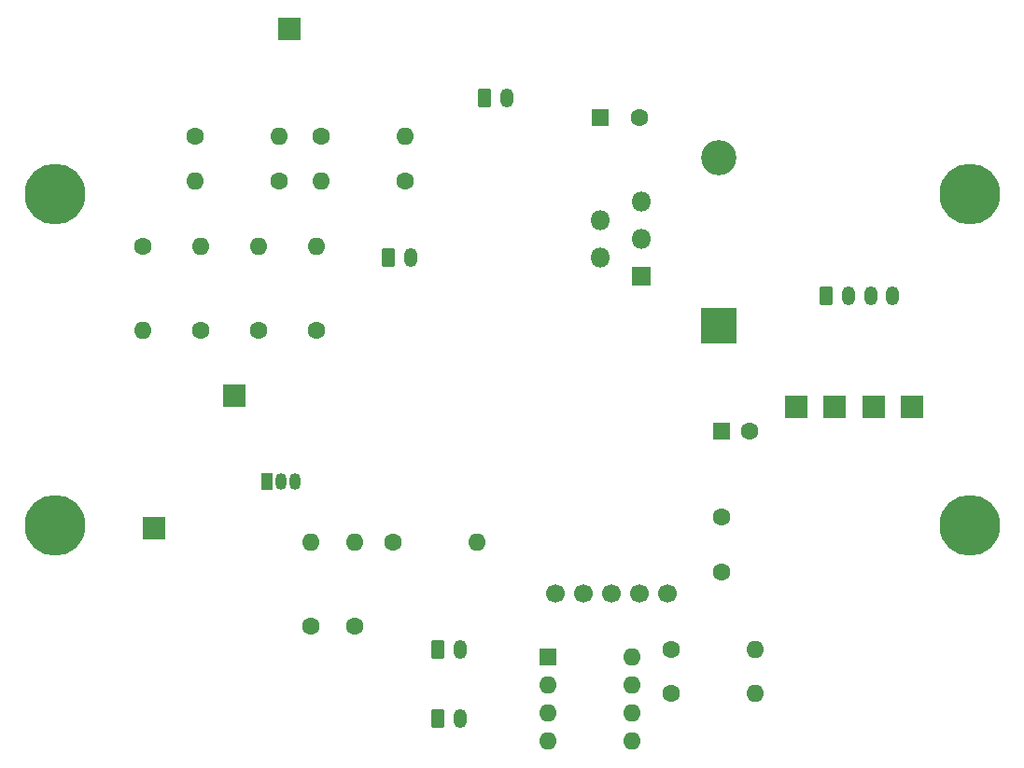
<source format=gbr>
%TF.GenerationSoftware,KiCad,Pcbnew,8.0.5*%
%TF.CreationDate,2025-04-28T01:24:50-04:00*%
%TF.ProjectId,CanSat_Power_Management_Board,43616e53-6174-45f5-906f-7765725f4d61,rev?*%
%TF.SameCoordinates,Original*%
%TF.FileFunction,Soldermask,Bot*%
%TF.FilePolarity,Negative*%
%FSLAX46Y46*%
G04 Gerber Fmt 4.6, Leading zero omitted, Abs format (unit mm)*
G04 Created by KiCad (PCBNEW 8.0.5) date 2025-04-28 01:24:50*
%MOMM*%
%LPD*%
G01*
G04 APERTURE LIST*
G04 Aperture macros list*
%AMRoundRect*
0 Rectangle with rounded corners*
0 $1 Rounding radius*
0 $2 $3 $4 $5 $6 $7 $8 $9 X,Y pos of 4 corners*
0 Add a 4 corners polygon primitive as box body*
4,1,4,$2,$3,$4,$5,$6,$7,$8,$9,$2,$3,0*
0 Add four circle primitives for the rounded corners*
1,1,$1+$1,$2,$3*
1,1,$1+$1,$4,$5*
1,1,$1+$1,$6,$7*
1,1,$1+$1,$8,$9*
0 Add four rect primitives between the rounded corners*
20,1,$1+$1,$2,$3,$4,$5,0*
20,1,$1+$1,$4,$5,$6,$7,0*
20,1,$1+$1,$6,$7,$8,$9,0*
20,1,$1+$1,$8,$9,$2,$3,0*%
G04 Aperture macros list end*
%ADD10R,1.600000X1.600000*%
%ADD11C,1.600000*%
%ADD12R,2.000000X2.000000*%
%ADD13O,1.600000X1.600000*%
%ADD14R,3.200000X3.200000*%
%ADD15O,3.200000X3.200000*%
%ADD16RoundRect,0.250000X-0.350000X-0.625000X0.350000X-0.625000X0.350000X0.625000X-0.350000X0.625000X0*%
%ADD17O,1.200000X1.750000*%
%ADD18C,1.700000*%
%ADD19R,1.050000X1.500000*%
%ADD20O,1.050000X1.500000*%
%ADD21R,1.800000X1.800000*%
%ADD22O,1.800000X1.800000*%
%ADD23C,3.000000*%
%ADD24C,5.504000*%
G04 APERTURE END LIST*
D10*
%TO.C,C9*%
X169000000Y-106500000D03*
D11*
X171500000Y-106500000D03*
%TD*%
D12*
%TO.C,TP4*%
X186250000Y-104250000D03*
%TD*%
D11*
%TO.C,R9*%
X135750000Y-124157500D03*
D13*
X135750000Y-116537500D03*
%TD*%
D11*
%TO.C,R1*%
X116500000Y-89690000D03*
D13*
X116500000Y-97310000D03*
%TD*%
D10*
%TO.C,U3*%
X153200000Y-126950000D03*
D13*
X153200000Y-129490000D03*
X153200000Y-132030000D03*
X153200000Y-134570000D03*
X160820000Y-134570000D03*
X160820000Y-132030000D03*
X160820000Y-129490000D03*
X160820000Y-126950000D03*
%TD*%
D12*
%TO.C,TP5*%
X117500000Y-115250000D03*
%TD*%
D10*
%TO.C,Cout5*%
X158000000Y-78000000D03*
D11*
X161500000Y-78000000D03*
%TD*%
%TO.C,R6*%
X121190000Y-79750000D03*
D13*
X128810000Y-79750000D03*
%TD*%
D14*
%TO.C,D1*%
X168750000Y-96870000D03*
D15*
X168750000Y-81630000D03*
%TD*%
D11*
%TO.C,C8*%
X169000000Y-119250000D03*
X169000000Y-114250000D03*
%TD*%
%TO.C,R11*%
X131750000Y-124157500D03*
D13*
X131750000Y-116537500D03*
%TD*%
D11*
%TO.C,R5*%
X128810000Y-83750000D03*
D13*
X121190000Y-83750000D03*
%TD*%
D12*
%TO.C,TP3*%
X175750000Y-104250000D03*
%TD*%
%TO.C,TP7*%
X182750000Y-104250000D03*
%TD*%
D11*
%TO.C,R8*%
X140310000Y-83750000D03*
D13*
X132690000Y-83750000D03*
%TD*%
D16*
%TO.C,J5*%
X143250000Y-132550000D03*
D17*
X145250000Y-132550000D03*
%TD*%
D18*
%TO.C,BZ1*%
X153920000Y-121230000D03*
X156460000Y-121230000D03*
X159000000Y-121230000D03*
X161540000Y-121230000D03*
X164080000Y-121230000D03*
%TD*%
D16*
%TO.C,J3*%
X178500000Y-94200000D03*
D17*
X180500000Y-94200000D03*
X182500000Y-94200000D03*
X184500000Y-94200000D03*
%TD*%
D12*
%TO.C,TP6*%
X124750000Y-103250000D03*
%TD*%
D16*
%TO.C,J1*%
X147500000Y-76200000D03*
D17*
X149500000Y-76200000D03*
%TD*%
D19*
%TO.C,Q1*%
X127710000Y-111000000D03*
D20*
X128980000Y-111000000D03*
X130250000Y-111000000D03*
%TD*%
D21*
%TO.C,U1*%
X161700000Y-92450000D03*
D22*
X158000000Y-90750000D03*
X161700000Y-89050000D03*
X158000000Y-87350000D03*
X161700000Y-85650000D03*
%TD*%
D11*
%TO.C,R12*%
X164440000Y-126250000D03*
D13*
X172060000Y-126250000D03*
%TD*%
D11*
%TO.C,R13*%
X164440000Y-130250000D03*
D13*
X172060000Y-130250000D03*
%TD*%
D11*
%TO.C,R3*%
X127000000Y-97310000D03*
D13*
X127000000Y-89690000D03*
%TD*%
D11*
%TO.C,R4*%
X132250000Y-97310000D03*
D13*
X132250000Y-89690000D03*
%TD*%
D11*
%TO.C,R7*%
X132690000Y-79750000D03*
D13*
X140310000Y-79750000D03*
%TD*%
D11*
%TO.C,R2*%
X121750000Y-97310000D03*
D13*
X121750000Y-89690000D03*
%TD*%
D11*
%TO.C,R10*%
X139190000Y-116537500D03*
D13*
X146810000Y-116537500D03*
%TD*%
D16*
%TO.C,J2*%
X138750000Y-90700000D03*
D17*
X140750000Y-90700000D03*
%TD*%
D16*
%TO.C,J4*%
X143250000Y-126250000D03*
D17*
X145250000Y-126250000D03*
%TD*%
D12*
%TO.C,TP2*%
X179250000Y-104250000D03*
%TD*%
%TO.C,TP1*%
X129750000Y-70000000D03*
%TD*%
D23*
%TO.C,REF\u002A\u002A*%
X191500000Y-85000000D03*
D24*
X191500000Y-85000000D03*
%TD*%
D23*
%TO.C,REF\u002A\u002A*%
X108500000Y-115000000D03*
D24*
X108500000Y-115000000D03*
%TD*%
D23*
%TO.C,REF\u002A\u002A*%
X108500000Y-85000000D03*
D24*
X108500000Y-85000000D03*
%TD*%
D23*
%TO.C,REF\u002A\u002A*%
X191500000Y-115000000D03*
D24*
X191500000Y-115000000D03*
%TD*%
M02*

</source>
